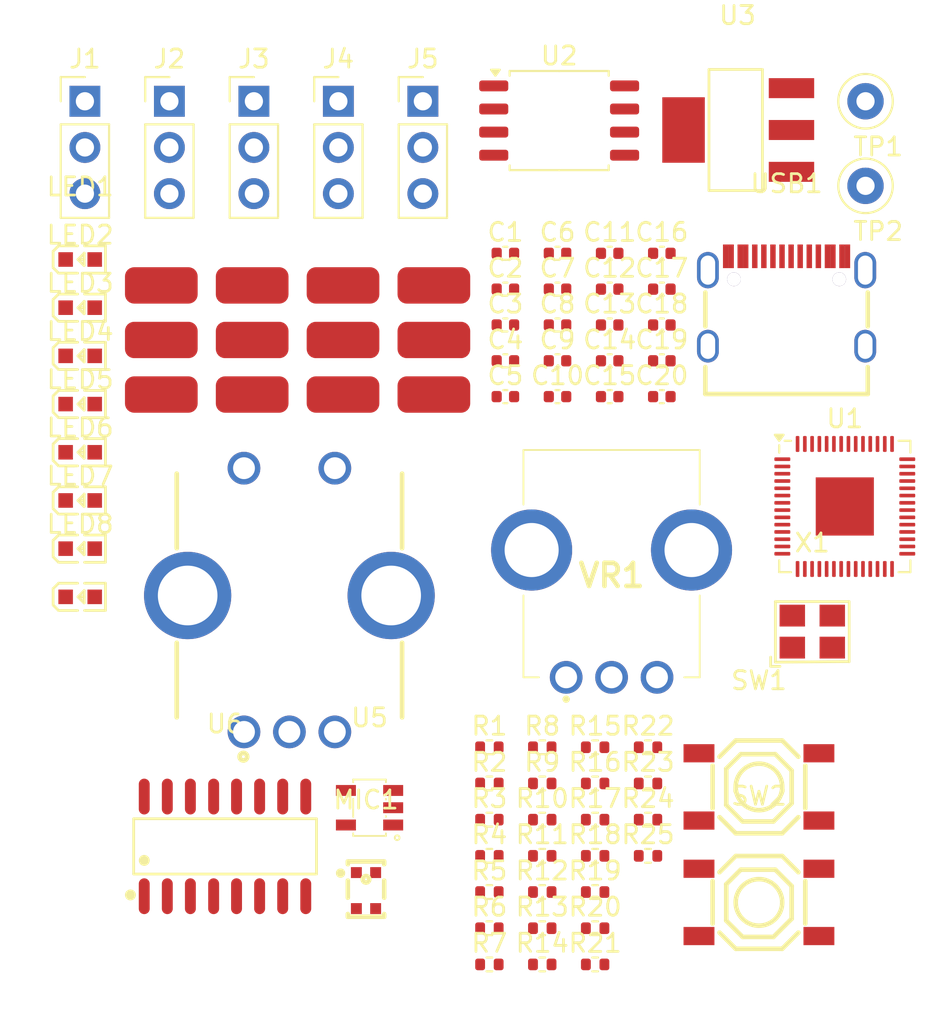
<source format=kicad_pcb>
(kicad_pcb (version 20240108) (generator "pcbnew") (generator_version "8.0")
  (layers (0 "F.Cu" signal) (31 "B.Cu" signal) (34 "B.Paste" user) (35 "F.Paste" user) (36 "B.SilkS" user "B.Silkscreen") (37 "F.SilkS" user "F.Silkscreen") (38 "B.Mask" user) (39 "F.Mask" user) (44 "Edge.Cuts" user))
  (net 0 "")
  (net 1 "BOARD_ID_0")
  (net 2 "Net-(X1-OSC2)")
  (net 6 "XIN")
  (net 7 "3V3")
  (net 8 "+5V")
  (net 9 "Net-(U5-VIN+)")
  (net 11 "MIC_RAW_OUT")
  (net 12 "Net-(C6-Pad2)")
  (net 13 "Net-(U5-VIN-)")
  (net 14 "MIC_ADC")
  (net 15 "/A")
  (net 16 "/B")
  (net 17 "Net-(U1-VREG_VOUT)")
  (net 18 "SWCLK")
  (net 19 "SWDIO")
  (net 21 "LED_OUT_1")
  (net 22 "LED_OUT_2")
  (net 23 "LED_OUT_3")
  (net 24 "LED_OUT_4")
  (net 25 "SHIFT_Q0")
  (net 26 "Net-(LED1-K)")
  (net 27 "SHIFT_Q1")
  (net 28 "Net-(LED2-K)")
  (net 29 "Net-(LED3-K)")
  (net 30 "SHIFT_Q2")
  (net 31 "Net-(LED4-K)")
  (net 33 "SHIFT_Q3")
  (net 34 "SHIFT_Q4")
  (net 35 "Net-(LED5-K)")
  (net 37 "Net-(LED6-K)")
  (net 39 "SHIFT_Q5")
  (net 40 "SHIFT_Q6")
  (net 41 "Net-(LED7-K)")
  (net 42 "Net-(LED8-K)")
  (net 43 "SHIFT_Q7")
  (net 45 "Net-(USB1-CC2)")
  (net 46 "Net-(USB1-CC1)")
  (net 47 "Net-(U1-USB_DP)")
  (net 51 "USB_DP")
  (net 52 "USB_DM")
  (net 53 "Net-(U1-USB_DM)")
  (net 54 "XOUT")
  (net 56 "Net-(SW2-C)")
  (net 57 "QSPI_SS")
  (net 58 "Net-(SW1-B)")
  (net 59 "Net-(R15-Pad1)")
  (net 60 "Net-(R17-Pad1)")
  (net 62 "ENC_A")
  (net 63 "ENC_B")
  (net 64 "BUTTON")
  (net 68 "QSPI_SD3")
  (net 69 "QSPI_SP0")
  (net 70 "QSPI_SD2")
  (net 71 "POT_ADC")
  (net 72 "SHIFT_LATCH")
  (net 73 "SHIFT_DATA")
  (net 74 "SHIFT_CLOCK")
  (net 75 "QSPI_CLK")
  (net 76 "ENC_SW")
  (net 77 "QSPI_SP1")
  (footprint "easyeda2kicad:SW-SMD_4P-L5.1-W5.1-P3.70-LS6.5-TL-2" (layer "F.Cu") (at 163.2 122.15)
    (property "Reference" "SW2" (at 0 -5.85 0) (layer "F.SilkS"))
    (property "Value" "TS-1187A-B-A-B")
    (pad "1" smd rect (at -3.3 -1.85) (size 1.7 1) (layers "F.Cu" "F.Paste" "F.Mask") (net 1 "BOARD_ID_0"))
    (pad "2" smd rect (at 3.3 -1.85) (size 1.7 1) (layers "F.Cu" "F.Paste" "F.Mask"))
    (pad "3" smd rect (at -3.3 1.85) (size 1.7 1) (layers "F.Cu" "F.Paste" "F.Mask") (net 56 "Net-(SW2-C)"))
    (pad "4" smd rect (at 3.3 1.85) (size 1.7 1) (layers "F.Cu" "F.Paste" "F.Mask"))
  )
  (footprint "easyeda2kicad:LED0603-RD" (layer "F.Cu") (at 125.845 89.45)
    (property "Reference" "LED2" (at 0 -4 0) (layer "F.SilkS"))
    (property "Value" "KT-0603R")
    (pad "1" smd rect (at -0.8 0 90) (size 0.8 0.8) (layers "F.Cu" "F.Paste" "F.Mask") (net 28 "Net-(LED2-K)"))
    (pad "2" smd rect (at 0.8 0 90) (size 0.8 0.8) (layers "F.Cu" "F.Paste" "F.Mask") (net 27 "SHIFT_Q1"))
  )
  (footprint "Resistor_SMD:R_0402_1005Metric" (layer "F.Cu") (at 151.275 125.56)
    (property "Reference" "R14" (at 0 -1.17 0) (layer "F.SilkS"))
    (property "Value" "220")
    (pad "1" smd roundrect (at -0.51 0) (size 0.54 0.64) (layers "F.Cu" "F.Paste" "F.Mask") (net 1 "BOARD_ID_0"))
    (pad "2" smd roundrect (at 0.51 0) (size 0.54 0.64) (layers "F.Cu" "F.Paste" "F.Mask") (net 29 "Net-(LED3-K)"))
  )
  (footprint "Resistor_SMD:R_0402_1005Metric" (layer "F.Cu") (at 154.185 119.59)
    (property "Reference" "R18" (at 0 -1.17 0) (layer "F.SilkS"))
    (property "Value" "0")
    (pad "1" smd roundrect (at -0.51 0) (size 0.54 0.64) (layers "F.Cu" "F.Paste" "F.Mask"))
    (pad "2" smd roundrect (at 0.51 0) (size 0.54 0.64) (layers "F.Cu" "F.Paste" "F.Mask") (net 60 "Net-(R17-Pad1)"))
  )
  (footprint "Resistor_SMD:R_0402_1005Metric" (layer "F.Cu") (at 154.185 115.61)
    (property "Reference" "R16" (at 0 -1.17 0) (layer "F.SilkS"))
    (property "Value" "0")
    (pad "1" smd roundrect (at -0.51 0) (size 0.54 0.64) (layers "F.Cu" "F.Paste" "F.Mask") (net 14 "MIC_ADC"))
    (pad "2" smd roundrect (at 0.51 0) (size 0.54 0.64) (layers "F.Cu" "F.Paste" "F.Mask") (net 59 "Net-(R15-Pad1)"))
  )
  (footprint "Resistor_SMD:R_0402_1005Metric" (layer "F.Cu") (at 148.365 125.56)
    (property "Reference" "R7" (at 0 -1.17 0) (layer "F.SilkS"))
    (property "Value" "1K")
    (pad "1" smd roundrect (at -0.51 0) (size 0.54 0.64) (layers "F.Cu" "F.Paste" "F.Mask") (net 57 "QSPI_SS"))
    (pad "2" smd roundrect (at 0.51 0) (size 0.54 0.64) (layers "F.Cu" "F.Paste" "F.Mask") (net 58 "Net-(SW1-B)"))
  )
  (footprint "easyeda2kicad:LED0603-RD" (layer "F.Cu") (at 125.845 100.05)
    (property "Reference" "LED6" (at 0 -4 0) (layer "F.SilkS"))
    (property "Value" "KT-0603R")
    (pad "1" smd rect (at -0.8 0 90) (size 0.8 0.8) (layers "F.Cu" "F.Paste" "F.Mask") (net 37 "Net-(LED6-K)"))
    (pad "2" smd rect (at 0.8 0 90) (size 0.8 0.8) (layers "F.Cu" "F.Paste" "F.Mask") (net 39 "SHIFT_Q5"))
  )
  (footprint "Resistor_SMD:R_0402_1005Metric" (layer "F.Cu") (at 151.275 119.59)
    (property "Reference" "R11" (at 0 -1.17 0) (layer "F.SilkS"))
    (property "Value" "200k")
    (pad "1" smd roundrect (at -0.51 0) (size 0.54 0.64) (layers "F.Cu" "F.Paste" "F.Mask") (net 14 "MIC_ADC"))
    (pad "2" smd roundrect (at 0.51 0) (size 0.54 0.64) (layers "F.Cu" "F.Paste" "F.Mask") (net 13 "Net-(U5-VIN-)"))
  )
  (footprint "Resistor_SMD:R_0402_1005Metric" (layer "F.Cu") (at 151.275 123.57)
    (property "Reference" "R13" (at 0 -1.17 0) (layer "F.SilkS"))
    (property "Value" "220")
    (pad "1" smd roundrect (at -0.51 0) (size 0.54 0.64) (layers "F.Cu" "F.Paste" "F.Mask") (net 1 "BOARD_ID_0"))
    (pad "2" smd roundrect (at 0.51 0) (size 0.54 0.64) (layers "F.Cu" "F.Paste" "F.Mask") (net 28 "Net-(LED2-K)"))
  )
  (footprint "easyeda2kicad:SOIC-16_L9.9-W3.9-P1.27-LS6.0-BL" (layer "F.Cu") (at 133.82 119.07)
    (property "Reference" "U6" (at 0 -6.74 0) (layer "F.SilkS"))
    (property "Value" "74HC595D,118")
    (pad "1" smd oval (at -4.45 2.74) (size 0.6 1.97) (layers "F.Cu" "F.Paste" "F.Mask") (net 27 "SHIFT_Q1"))
    (pad "2" smd oval (at -3.18 2.74) (size 0.6 1.97) (layers "F.Cu" "F.Paste" "F.Mask") (net 30 "SHIFT_Q2"))
    (pad "3" smd oval (at -1.91 2.74) (size 0.6 1.97) (layers "F.Cu" "F.Paste" "F.Mask") (net 33 "SHIFT_Q3"))
    (pad "4" smd oval (at -0.63 2.74) (size 0.6 1.97) (layers "F.Cu" "F.Paste" "F.Mask") (net 34 "SHIFT_Q4"))
    (pad "5" smd oval (at 0.63 2.74) (size 0.6 1.97) (layers "F.Cu" "F.Paste" "F.Mask") (net 39 "SHIFT_Q5"))
    (pad "6" smd oval (at 1.9 2.74) (size 0.6 1.97) (layers "F.Cu" "F.Paste" "F.Mask") (net 40 "SHIFT_Q6"))
    (pad "7" smd oval (at 3.17 2.74) (size 0.6 1.97) (layers "F.Cu" "F.Paste" "F.Mask") (net 43 "SHIFT_Q7"))
    (pad "8" smd oval (at 4.44 2.74) (size 0.6 1.97) (layers "F.Cu" "F.Paste" "F.Mask") (net 1 "BOARD_ID_0"))
    (pad "9" smd oval (at 4.44 -2.74) (size 0.6 1.97) (layers "F.Cu" "F.Paste" "F.Mask"))
    (pad "10" smd oval (at 3.17 -2.74) (size 0.6 1.97) (layers "F.Cu" "F.Paste" "F.Mask") (net 8 "+5V"))
    (pad "11" smd oval (at 1.9 -2.74) (size 0.6 1.97) (layers "F.Cu" "F.Paste" "F.Mask") (net 74 "SHIFT_CLOCK"))
    (pad "12" smd oval (at 0.63 -2.74) (size 0.6 1.97) (layers "F.Cu" "F.Paste" "F.Mask") (net 72 "SHIFT_LATCH"))
    (pad "13" smd oval (at -0.63 -2.74) (size 0.6 1.97) (layers "F.Cu" "F.Paste" "F.Mask") (net 1 "BOARD_ID_0"))
    (pad "14" smd oval (at -1.91 -2.74) (size 0.6 1.97) (layers "F.Cu" "F.Paste" "F.Mask") (net 73 "SHIFT_DATA"))
    (pad "15" smd oval (at -3.18 -2.74) (size 0.6 1.97) (layers "F.Cu" "F.Paste" "F.Mask") (net 25 "SHIFT_Q0"))
    (pad "16" smd oval (at -4.45 -2.74) (size 0.6 1.97) (layers "F.Cu" "F.Paste" "F.Mask") (net 8 "+5V"))
  )
  (footprint "Capacitor_SMD:C_0402_1005Metric" (layer "F.Cu") (at 157.855 94.34)
    (property "Reference" "C20" (at 0 -1.16 0) (layer "F.SilkS"))
    (property "Value" "1uF")
    (pad "1" smd roundrect (at -0.48 0) (size 0.56 0.62) (layers "F.Cu" "F.Paste" "F.Mask") (net 7 "3V3"))
    (pad "2" smd roundrect (at 0.48 0) (size 0.56 0.62) (layers "F.Cu" "F.Paste" "F.Mask") (net 1 "BOARD_ID_0"))
  )
  (footprint "Package_SO:SOIC-8_5.23x5.23mm_P1.27mm" (layer "F.Cu") (at 152.205 79.16)
    (property "Reference" "U2" (at 0 -3.56 0) (layer "F.SilkS"))
    (property "Value" "W25Q32JVSS")
    (pad "1" smd roundrect (at -3.6 -1.905) (size 1.6 0.6) (layers "F.Cu" "F.Paste" "F.Mask") (net 57 "QSPI_SS"))
    (pad "2" smd roundrect (at -3.6 -0.635) (size 1.6 0.6) (layers "F.Cu" "F.Paste" "F.Mask") (net 77 "QSPI_SP1"))
    (pad "3" smd roundrect (at -3.6 0.635) (size 1.6 0.6) (layers "F.Cu" "F.Paste" "F.Mask") (net 70 "QSPI_SD2"))
    (pad "4" smd roundrect (at -3.6 1.905) (size 1.6 0.6) (layers "F.Cu" "F.Paste" "F.Mask") (net 1 "BOARD_ID_0"))
    (pad "5" smd roundrect (at 3.6 1.905) (size 1.6 0.6) (layers "F.Cu" "F.Paste" "F.Mask") (net 69 "QSPI_SP0"))
    (pad "6" smd roundrect (at 3.6 0.635) (size 1.6 0.6) (layers "F.Cu" "F.Paste" "F.Mask") (net 75 "QSPI_CLK"))
    (pad "7" smd roundrect (at 3.6 -0.635) (size 1.6 0.6) (layers "F.Cu" "F.Paste" "F.Mask") (net 68 "QSPI_SD3"))
    (pad "8" smd roundrect (at 3.6 -1.905) (size 1.6 0.6) (layers "F.Cu" "F.Paste" "F.Mask") (net 7 "3V3"))
  )
  (footprint "Capacitor_SMD:C_0402_1005Metric" (layer "F.Cu") (at 154.985 88.43)
    (property "Reference" "C12" (at 0 -1.16 0) (layer "F.SilkS"))
    (property "Value" "1uF")
    (pad "1" smd roundrect (at -0.48 0) (size 0.56 0.62) (layers "F.Cu" "F.Paste" "F.Mask") (net 7 "3V3"))
    (pad "2" smd roundrect (at 0.48 0) (size 0.56 0.62) (layers "F.Cu" "F.Paste" "F.Mask") (net 1 "BOARD_ID_0"))
  )
  (footprint "easyeda2kicad:LED0603-RD" (layer "F.Cu") (at 125.845 92.1)
    (property "Reference" "LED3" (at 0 -4 0) (layer "F.SilkS"))
    (property "Value" "KT-0603R")
    (pad "1" smd rect (at -0.8 0 90) (size 0.8 0.8) (layers "F.Cu" "F.Paste" "F.Mask") (net 29 "Net-(LED3-K)"))
    (pad "2" smd rect (at 0.8 0 90) (size 0.8 0.8) (layers "F.Cu" "F.Paste" "F.Mask") (net 30 "SHIFT_Q2"))
  )
  (footprint "Capacitor_SMD:C_0402_1005Metric" (layer "F.Cu") (at 157.855 92.37)
    (property "Reference" "C19" (at 0 -1.16 0) (layer "F.SilkS"))
    (property "Value" "100nF")
    (pad "1" smd roundrect (at -0.48 0) (size 0.56 0.62) (layers "F.Cu" "F.Paste" "F.Mask") (net 7 "3V3"))
    (pad "2" smd roundrect (at 0.48 0) (size 0.56 0.62) (layers "F.Cu" "F.Paste" "F.Mask") (net 1 "BOARD_ID_0"))
  )
  (footprint "Resistor_SMD:R_0402_1005Metric" (layer "F.Cu") (at 151.275 115.61)
    (property "Reference" "R9" (at 0 -1.17 0) (layer "F.SilkS"))
    (property "Value" "10K")
    (pad "1" smd roundrect (at -0.51 0) (size 0.54 0.64) (layers "F.Cu" "F.Paste" "F.Mask") (net 1 "BOARD_ID_0"))
    (pad "2" smd roundrect (at 0.51 0) (size 0.54 0.64) (layers "F.Cu" "F.Paste" "F.Mask") (net 9 "Net-(U5-VIN+)"))
  )
  (footprint "easyeda2kicad:MIC-SMD_4P-L2.8-W1.9-P1.84-TL" (layer "F.Cu") (at 141.575 121.5)
    (property "Reference" "MIC1" (at 0 -4.99 0) (layer "F.SilkS"))
    (property "Value" "ZTS6216")
    (pad "1" smd rect (at -0.53 -0.99) (size 0.6 0.6) (layers "F.Cu" "F.Paste" "F.Mask") (net 11 "MIC_RAW_OUT"))
    (pad "2" smd rect (at -0.53 0.99) (size 0.6 0.6) (layers "F.Cu" "F.Paste" "F.Mask") (net 1 "BOARD_ID_0"))
    (pad "3" smd rect (at 0.53 0.99) (size 0.6 0.6) (layers "F.Cu" "F.Paste" "F.Mask") (net 1 "BOARD_ID_0"))
    (pad "4" smd rect (at 0.53 -0.99) (size 0.6 0.6) (layers "F.Cu" "F.Paste" "F.Mask") (net 7 "3V3"))
  )
  (footprint "Capacitor_SMD:C_0402_1005Metric" (layer "F.Cu") (at 152.115 90.4)
    (property "Reference" "C8" (at 0 -1.16 0) (layer "F.SilkS"))
    (property "Value" "10uF")
    (pad "1" smd roundrect (at -0.48 0) (size 0.56 0.62) (layers "F.Cu" "F.Paste" "F.Mask") (net 7 "3V3"))
    (pad "2" smd roundrect (at 0.48 0) (size 0.56 0.62) (layers "F.Cu" "F.Paste" "F.Mask") (net 1 "BOARD_ID_0"))
  )
  (footprint "easyeda2kicad:LED0603-RD" (layer "F.Cu") (at 125.845 86.8)
    (property "Reference" "LED1" (at 0 -4 0) (layer "F.SilkS"))
    (property "Value" "KT-0603R")
    (pad "1" smd rect (at -0.8 0 90) (size 0.8 0.8) (layers "F.Cu" "F.Paste" "F.Mask") (net 26 "Net-(LED1-K)"))
    (pad "2" smd rect (at 0.8 0 90) (size 0.8 0.8) (layers "F.Cu" "F.Paste" "F.Mask") (net 25 "SHIFT_Q0"))
  )
  (footprint "TestPoint:TestPoint_Loop_D1.80mm_Drill1.0mm_Beaded" (layer "F.Cu") (at 169.065 78.1)
    (property "Reference" "TP1" (at 0.7 2.5 0) (layer "F.SilkS"))
    (property "Value" "TestPoint")
    (pad "1" thru_hole circle (at 0 0) (size 2 2) (drill 1) (layers "*.Cu" "*.Mask") (net 14 "MIC_ADC"))
  )
  (footprint "Capacitor_SMD:C_0402_1005Metric" (layer "F.Cu") (at 157.855 90.4)
    (property "Reference" "C18" (at 0 -1.16 0) (layer "F.SilkS"))
    (property "Value" "100nF")
    (pad "1" smd roundrect (at -0.48 0) (size 0.56 0.62) (layers "F.Cu" "F.Paste" "F.Mask") (net 7 "3V3"))
    (pad "2" smd roundrect (at 0.48 0) (size 0.56 0.62) (layers "F.Cu" "F.Paste" "F.Mask") (net 1 "BOARD_ID_0"))
  )
  (footprint "Capacitor_SMD:C_0402_1005Metric" (layer "F.Cu") (at 152.115 88.43)
    (property "Reference" "C7" (at 0 -1.16 0) (layer "F.SilkS"))
    (property "Value" "33pF")
    (pad "1" smd roundrect (at -0.48 0) (size 0.56 0.62) (layers "F.Cu" "F.Paste" "F.Mask") (net 13 "Net-(U5-VIN-)"))
    (pad "2" smd roundrect (at 0.48 0) (size 0.56 0.62) (layers "F.Cu" "F.Paste" "F.Mask") (net 14 "MIC_ADC"))
  )
  (footprint "Capacitor_SMD:C_0402_1005Metric" (layer "F.Cu") (at 149.245 90.4)
    (property "Reference" "C3" (at 0 -1.16 0) (layer "F.SilkS"))
    (property "Value" "10uF")
    (pad "1" smd roundrect (at -0.48 0) (size 0.56 0.62) (layers "F.Cu" "F.Paste" "F.Mask") (net 1 "BOARD_ID_0"))
    (pad "2" smd roundrect (at 0.48 0) (size 0.56 0.62) (layers "F.Cu" "F.Paste" "F.Mask") (net 7 "3V3"))
  )
  (footprint "Capacitor_SMD:C_0402_1005Metric" (layer "F.Cu") (at 152.115 86.46)
    (property "Reference" "C6" (at 0 -1.16 0) (layer "F.SilkS"))
    (property "Value" "2.2uF")
    (pad "1" smd roundrect (at -0.48 0) (size 0.56 0.62) (layers "F.Cu" "F.Paste" "F.Mask") (net 11 "MIC_RAW_OUT"))
    (pad "2" smd roundrect (at 0.48 0) (size 0.56 0.62) (layers "F.Cu" "F.Paste" "F.Mask") (net 12 "Net-(C6-Pad2)"))
  )
  (footprint "Resistor_SMD:R_0402_1005Metric" (layer "F.Cu") (at 148.365 117.6)
    (property "Reference" "R3" (at 0 -1.17 0) (layer "F.SilkS"))
    (property "Value" "22")
    (pad "1" smd roundrect (at -0.51 0) (size 0.54 0.64) (layers "F.Cu" "F.Paste" "F.Mask") (net 51 "USB_DP"))
    (pad "2" smd roundrect (at 0.51 0) (size 0.54 0.64) (layers "F.Cu" "F.Paste" "F.Mask") (net 47 "Net-(U1-USB_DP)"))
  )
  (footprint "Capacitor_SMD:C_0402_1005Metric" (layer "F.Cu") (at 149.245 94.34)
    (property "Reference" "C5" (at 0 -1.16 0) (layer "F.SilkS"))
    (property "Value" "10uF")
    (pad "1" smd roundrect (at -0.48 0) (size 0.56 0.62) (layers "F.Cu" "F.Paste" "F.Mask") (net 1 "BOARD_ID_0"))
    (pad "2" smd roundrect (at 0.48 0) (size 0.56 0.62) (layers "F.Cu" "F.Paste" "F.Mask") (net 9 "Net-(U5-VIN+)"))
  )
  (footprint "easyeda2kicad:OSC-SMD_4P-L3.2-W2.5-BL" (layer "F.Cu") (at 166.135 107.26)
    (property "Reference" "X1" (at 0 -4.88 0) (layer "F.SilkS"))
    (property "Value" "X322512MSB4SI")
    (pad "1" smd rect (at -1.1 0.88) (size 1.4 1.2) (layers "F.Cu" "F.Paste" "F.Mask") (net 6 "XIN"))
    (pad "2" smd rect (at 1.1 0.88) (size 1.4 1.2) (layers "F.Cu" "F.Paste" "F.Mask") (net 1 "BOARD_ID_0"))
    (pad "3" smd rect (at 1.1 -0.88) (size 1.4 1.2) (layers "F.Cu" "F.Paste" "F.Mask") (net 2 "Net-(X1-OSC2)"))
    (pad "4" smd rect (at -1.1 -0.88) (size 1.4 1.2) (layers "F.Cu" "F.Paste" "F.Mask") (net 1 "BOARD_ID_0"))
  )
  (footprint "easyeda2kicad:LED0603-RD" (layer "F.Cu") (at 125.845 97.4)
    (property "Reference" "LED5" (at 0 -4 0) (layer "F.SilkS"))
    (property "Value" "KT-0603R")
    (pad "1" smd rect (at -0.8 0 90) (size 0.8 0.8) (layers "F.Cu" "F.Paste" "F.Mask") (net 35 "Net-(LED5-K)"))
    (pad "2" smd rect (at 0.8 0 90) (size 0.8 0.8) (layers "F.Cu" "F.Paste" "F.Mask") (net 34 "SHIFT_Q4"))
  )
  (footprint "easyeda2kicad:SOT-23-5_L3.0-W1.7-P0.95-LS2.8-BR" (layer "F.Cu") (at 141.77 116.945)
    (property "Reference" "U5" (at 0 -4.95 0) (layer "F.SilkS"))
    (property "Value" "MCP6001T-I/OT")
    (pad "1" smd rect (at 1.3 0.95) (size 1.1 0.6) (layers "F.Cu" "F.Paste" "F.Mask") (net 14 "MIC_ADC"))
    (pad "2" smd rect (at 1.3 0) (size 1.1 0.6) (layers "F.Cu" "F.Paste" "F.Mask") (net 1 "BOARD_ID_0"))
    (pad "3" smd rect (at 1.3 -0.95) (size 1.1 0.6) (layers "F.Cu" "F.Paste" "F.Mask") (net 9 "Net-(U5-VIN+)"))
    (pad "4" smd rect (at -1.3 -0.95) (size 1.1 0.6) (layers "F.Cu" "F.Paste" "F.Mask") (net 13 "Net-(U5-VIN-)"))
    (pad "5" smd rect (at -1.3 0.95) (size 1.1 0.6) (layers "F.Cu" "F.Paste" "F.Mask") (net 7 "3V3"))
  )
  (footprint "Resistor_SMD:R_0402_1005Metric" (layer "F.Cu") (at 151.275 121.58)
    (property "Reference" "R12" (at 0 -1.17 0) (layer "F.SilkS"))
    (property "Value" "220")
    (pad "1" smd roundrect (at -0.51 0) (size 0.54 0.64) (layers "F.Cu" "F.Paste" "F.Mask") (net 1 "BOARD_ID_0"))
    (pad "2" smd roundrect (at 0.51 0) (size 0.54 0.64) (layers "F.Cu" "F.Paste" "F.Mask") (net 26 "Net-(LED1-K)"))
  )
  (footprint "Resistor_SMD:R_0402_1005Metric" (layer "F.Cu") (at 157.095 115.61)
    (property "Reference" "R23" (at 0 -1.17 0) (layer "F.SilkS"))
    (property "Value" "220")
    (pad "1" smd roundrect (at -0.51 0) (size 0.54 0.64) (layers "F.Cu" "F.Paste" "F.Mask") (net 1 "BOARD_ID_0"))
    (pad "2" smd roundrect (at 0.51 0) (size 0.54 0.64) (layers "F.Cu" "F.Paste" "F.Mask") (net 42 "Net-(LED8-K)"))
  )
  (footprint "Connector_PinHeader_2.54mm:PinHeader_1x03_P2.54mm_Vertical" (layer "F.Cu") (at 130.755 78.1)
    (property "Reference" "J2" (at 0 -2.33 0) (layer "F.SilkS"))
    (property "Value" "Conn_01x03")
    (pad "1" thru_hole rect (at 0 0) (size 1.7 1.7) (drill 1) (layers "*.Cu" "*.Mask") (net 1 "BOARD_ID_0"))
    (pad "2" thru_hole oval (at 0 2.54) (size 1.7 1.7) (drill 1) (layers "*.Cu" "*.Mask") (net 21 "LED_OUT_1"))
    (pad "3" thru_hole oval (at 0 5.08) (size 1.7 1.7) (drill 1) (layers "*.Cu" "*.Mask") (net 8 "+5V"))
  )
  (footprint "Capacitor_SMD:C_0402_1005Metric" (layer "F.Cu") (at 154.985 94.34)
    (property "Reference" "C15" (at 0 -1.16 0) (layer "F.SilkS"))
    (property "Value" "100nF")
    (pad "1" smd roundrect (at -0.48 0) (size 0.56 0.62) (layers "F.Cu" "F.Paste" "F.Mask") (net 7 "3V3"))
    (pad "2" smd roundrect (at 0.48 0) (size 0.56 0.62) (layers "F.Cu" "F.Paste" "F.Mask") (net 1 "BOARD_ID_0"))
  )
  (footprint "Resistor_SMD:R_0402_1005Metric" (layer "F.Cu") (at 148.365 121.58)
    (property "Reference" "R5" (at 0 -1.17 0) (layer "F.SilkS"))
    (property "Value" "1K")
    (pad "1" smd roundrect (at -0.51 0) (size 0.54 0.64) (layers "F.Cu" "F.Paste" "F.Mask") (net 2 "Net-(X1-OSC2)"))
    (pad "2" smd roundrect (at 0.51 0) (size 0.54 0.64) (layers "F.Cu" "F.Paste" "F.Mask") (net 54 "XOUT"))
  )
  (footprint "Capacitor_SMD:C_0402_1005Metric" (layer "F.Cu") (at 152.115 92.37)
    (property "Reference" "C9" (at 0 -1.16 0) (layer "F.SilkS"))
    (property "Value" "0.1uF")
    (pad "1" smd roundrect (at -0.48 0) (size 0.56 0.62) (layers "F.Cu" "F.Paste" "F.Mask") (net 15 "/A"))
    (pad "2" smd roundrect (at 0.48 0) (size 0.56 0.62) (layers "F.Cu" "F.Paste" "F.Mask") (net 1 "BOARD_ID_0"))
  )
  (footprint "mouser:ledstrip_3pin_10mm" (layer "F.Cu") (at 140.31 86.225)
    (property "Reference" "LEDS3" (hide yes))
    (property "Value" "ledstrip_3pin_10mm" (hide yes))
    (pad "1" smd roundrect (at 0 2) (size 4 2) (layers "F.Cu" "F.Paste" "F.Mask") (net 1 "BOARD_ID_0"))
    (pad "2" smd roundrect (at 0 5) (size 4 2) (layers "F.Cu" "F.Paste" "F.Mask") (net 23 "LED_OUT_3"))
    (pad "3" smd roundrect (at 0 8) (size 4 2) (layers "F.Cu" "F.Paste" "F.Mask") (net 8 "+5V"))
  )
  (footprint "Resistor_SMD:R_0402_1005Metric" (layer "F.Cu") (at 148.365 113.62)
    (property "Reference" "R1" (at 0 -1.17 0) (layer "F.SilkS"))
    (property "Value" "5.1K")
    (pad "1" smd roundrect (at -0.51 0) (size 0.54 0.64) (layers "F.Cu" "F.Paste" "F.Mask") (net 1 "BOARD_ID_0"))
    (pad "2" smd roundrect (at 0.51 0) (size 0.54 0.64) (layers "F.Cu" "F.Paste" "F.Mask") (net 45 "Net-(USB1-CC2)"))
  )
  (footprint "Capacitor_SMD:C_0402_1005Metric" (layer "F.Cu") (at 149.245 86.46)
    (property "Reference" "C1" (at 0 -1.16 0) (layer "F.SilkS"))
    (property "Value" "15pF")
    (pad "1" smd roundrect (at -0.48 0) (size 0.56 0.62) (layers "F.Cu" "F.Paste" "F.Mask") (net 1 "BOARD_ID_0"))
    (pad "2" smd roundrect (at 0.48 0) (size 0.56 0.62) (layers "F.Cu" "F.Paste" "F.Mask") (net 2 "Net-(X1-OSC2)"))
  )
  (footprint "easyeda2kicad:LED0603-RD" (layer "F.Cu") (at 125.845 102.7)
    (property "Reference" "LED7" (at 0 -4 0) (layer "F.SilkS"))
    (property "Value" "KT-0603R")
    (pad "1" smd rect (at -0.8 0 90) (size 0.8 0.8) (layers "F.Cu" "F.Paste" "F.Mask") (net 41 "Net-(LED7-K)"))
    (pad "2" smd rect (at 0.8 0 90) (size 0.8 0.8) (layers "F.Cu" "F.Paste" "F.Mask") (net 40 "SHIFT_Q6"))
  )
  (footprint "Resistor_SMD:R_0402_1005Metric" (layer "F.Cu") (at 151.275 117.6)
    (property "Reference" "R10" (at 0 -1.17 0) (layer "F.SilkS"))
    (property "Value" "3.3k")
    (pad "1" smd roundrect (at -0.51 0) (size 0.54 0.64) (layers "F.Cu" "F.Paste" "F.Mask") (net 13 "Net-(U5-VIN-)"))
    (pad "2" smd roundrect (at 0.51 0) (size 0.54 0.64) (layers "F.Cu" "F.Paste" "F.Mask") (net 12 "Net-(C6-Pad2)"))
  )
  (footprint "TestPoint:TestPoint_Loop_D1.80mm_Drill1.0mm_Beaded" (layer "F.Cu") (at 169.065 82.75)
    (property "Reference" "TP2" (at 0.7 2.5 0) (layer "F.SilkS"))
    (property "Value" "TestPoint")
    (pad "1" thru_hole circle (at 0 0) (size 2 2) (drill 1) (layers "*.Cu" "*.Mask") (net 11 "MIC_RAW_OUT"))
  )
  (footprint "Resistor_SMD:R_0402_1005Metric" (layer "F.Cu") (at 154.185 113.62)
    (property "Reference" "R15" (at 0 -1.17 0) (layer "F.SilkS"))
    (property "Value" "100k")
    (pad "1" smd roundrect (at -0.51 0) (size 0.54 0.64) (layers "F.Cu" "F.Paste" "F.Mask") (net 59 "Net-(R15-Pad1)"))
    (pad "2" smd roundrect (at 0.51 0) (size 0.54 0.64) (layers "F.Cu" "F.Paste" "F.Mask") (net 13 "Net-(U5-VIN-)"))
  )
  (footprint "Package_DFN_QFN:QFN-56-1EP_7x7mm_P0.4mm_EP3.2x3.2mm" (layer "F.Cu") (at 167.925 100.38)
    (property "Reference" "U1" (at 0 -4.83 0) (layer "F.SilkS"))
    (property "Value" "RP2040")
    (pad "1" smd roundrect (at -3.4375 -2.6) (size 0.875 0.2) (layers "F.Cu" "F.Paste" "F.Mask") (net 7 "3V3"))
    (pad "2" smd roundrect (at -3.4375 -2.2) (size 0.875 0.2) (layers "F.Cu" "F.Paste" "F.Mask") (net 1 "BOARD_ID_0"))
    (pad "3" smd roundrect (at -3.4375 -1.8) (size 0.875 0.2) (layers "F.Cu" "F.Paste" "F.Mask") (net 1 "BOARD_ID_0"))
    (pad "4" smd roundrect (at -3.4375 -1.4) (size 0.875 0.2) (layers "F.Cu" "F.Paste" "F.Mask") (net 1 "BOARD_ID_0"))
    (pad "5" smd roundrect (at -3.4375 -1) (size 0.875 0.2) (layers "F.Cu" "F.Paste" "F.Mask") (net 1 "BOARD_ID_0"))
    (pad "6" smd roundrect (at -3.4375 -0.6) (size 0.875 0.2) (layers "F.Cu" "F.Paste" "F.Mask") (net 1 "BOARD_ID_0"))
    (pad "7" smd roundrect (at -3.4375 -0.2) (size 0.875 0.2) (layers "F.Cu" "F.Paste" "F.Mask"))
    (pad "8" smd roundrect (at -3.4375 0.2) (size 0.875 0.2) (layers "F.Cu" "F.Paste" "F.Mask"))
    (pad "9" smd roundrect (at -3.4375 0.6) (size 0.875 0.2) (layers "F.Cu" "F.Paste" "F.Mask"))
    (pad "10" smd roundrect (at -3.4375 1) (size 0.875 0.2) (layers "F.Cu" "F.Paste" "F.Mask") (net 7 "3V3"))
    (pad "11" smd roundrect (at -3.4375 1.4) (size 0.875 0.2) (layers "F.Cu" "F.Paste" "F.Mask"))
    (pad "12" smd roundrect (at -3.4375 1.8) (size 0.875 0.2) (layers "F.Cu" "F.Paste" "F.Mask"))
    (pad "13" smd roundrect (at -3.4375 2.2) (size 0.875 0.2) (layers "F.Cu" "F.Paste" "F.Mask") (net 73 "SHIFT_DATA"))
    (pad "14" smd roundrect (at -3.4375 2.6) (size 0.875 0.2) (layers "F.Cu" "F.Paste" "F.Mask") (net 74 "SHIFT_CLOCK"))
    (pad "15" smd roundrect (at -2.6 3.4375) (size 0.2 0.875) (layers "F.Cu" "F.Paste" "F.Mask") (net 72 "SHIFT_LATCH"))
    (pad "16" smd roundrect (at -2.2 3.4375) (size 0.2 0.875) (layers "F.Cu" "F.Paste" "F.Mask"))
    (pad "17" smd roundrect (at -1.8 3.4375) (size 0.2 0.875) (layers "F.Cu" "F.Paste" "F.Mask") (net 21 "LED_OUT_1"))
    (pad "18" smd roundrect (at -1.4 3.4375) (size 0.2 0.875) (layers "F.Cu" "F.Paste" "F.Mask") (net 22 "LED_OUT_2"))
    (pad "19" smd roundrect (at -1 3.4375) (size 0.2 0.875) (layers "F.Cu" "F.Paste" "F.Mask") (net 1 "BOARD_ID_0"))
    (pad "20" smd roundrect (at -0.6 3.4375) (size 0.2 0.875) (layers "F.Cu" "F.Paste" "F.Mask") (net 6 "XIN"))
    (pad "21" smd roundrect (at -0.2 3.4375) (size 0.2 0.875) (layers "F.Cu" "F.Paste" "F.Mask") (net 54 "XOUT"))
    (pad "22" smd roundrect (at 0.2 3.4375) (size 0.2 0.875) (layers "F.Cu" "F.Paste" "F.Mask") (net 7 "3V3"))
    (pad "23" smd roundrect (at 0.6 3.4375) (size 0.2 0.875) (layers "F.Cu" "F.Paste" "F.Mask") (net 17 "Net-(U1-VREG_VOUT)"))
    (pad "24" smd roundrect (at 1 3.4375) (size 0.2 0.875) (layers "F.Cu" "F.Paste" "F.Mask") (net 18 "SWCLK"))
    (pad "25" smd roundrect (at 1.4 3.4375) (size 0.2 0.875) (layers "F.Cu" "F.Paste" "F.Mask") (net 19 "SWDIO"))
    (pad "26" smd roundrect (at 1.8 3.4375) (size 0.2 0.875) (layers "F.Cu" "F.Paste" "F.Mask") (net 56 "Net-(SW2-C)"))
    (pad "27" smd roundrect (at 2.2 3.4375) (size 0.2 0.875) (layers "F.Cu" "F.Paste" "F.Mask") (net 23 "LED_OUT_3"))
    (pad "28" smd roundrect (at 2.6 3.4375) (size 0.2 0.875) (layers "F.Cu" "F.Paste" "F.Mask") (net 24 "LED_OUT_4"))
    (pad "29" smd roundrect (at 3.4375 2.6) (size 0.875 0.2) (layers "F.Cu" "F.Paste" "F.Mask"))
    (pad "30" smd roundrect (at 3.4375 2.2) (size 0.875 0.2) (layers "F.Cu" "F.Paste" "F.Mask"))
    (pad "31" smd roundrect (at 3.4375 1.8) (size 0.875 0.2) (layers "F.Cu" "F.Paste" "F.Mask"))
    (pad "32" smd roundrect (at 3.4375 1.4) (size 0.875 0.2) (layers "F.Cu" "F.Paste" "F.Mask"))
    (pad "33" smd roundrect (at 3.4375 1) (size 0.875 0.2) (layers "F.Cu" "F.Paste" "F.Mask") (net 7 "3V3"))
    (pad "34" smd roundrect (at 3.4375 0.6) (size 0.875 0.2) (layers "F.Cu" "F.Paste" "F.Mask") (net 64 "BUTTON"))
    (pad "35" smd roundrect (at 3.4375 0.2) (size 0.875 0.2) (layers "F.Cu" "F.Paste" "F.Mask") (net 62 "ENC_A"))
    (pad "36" smd roundrect (at 3.4375 -0.2) (size 0.875 0.2) (layers "F.Cu" "F.Paste" "F.Mask") (net 63 "ENC_B"))
    (pad "37" smd roundrect (at 3.4375 -0.6) (size 0.875 0.2) (layers "F.Cu" "F.Paste" "F.Mask") (net 76 "ENC_SW"))
    (pad "38" smd roundrect (at 3.4375 -1) (size 0.875 0.2) (layers "F.Cu" "F.Paste" "F.Mask") (net 14 "MIC_ADC"))
    (pad "39" smd roundrect (at 3.4375 -1.4) (size 0.875 0.2) (layers "F.Cu" "F.Paste" "F.Mask") (net 71 "POT_ADC"))
    (pad "40" smd roundrect (at 3.4375 -1.8) (size 0.875 0.2) (layers "F.Cu" "F.Paste" "F.Mask"))
    (pad "41" smd roundrect (at 3.4375 -2.2) (size 0.875 0.2) (layers "F.Cu" "F.Paste" "F.Mask"))
    (pad "42" smd roundrect (at 3.4375 -2.6) (size 0.875 0.2) (layers "F.Cu" "F.Paste" "F.Mask") (net 7 "3V3"))
    (pad "43" smd roundrect (at 2.6 -3.4375) (size 0.2 0.875) (layers "F.Cu" "F.Paste" "F.Mask") (net 7 "3V3"))
    (pad "44" smd roundrect (at 2.2 -3.4375) (size 0.2 0.875) (layers "F.Cu" "F.Paste" "F.Mask") (net 7 "3V3"))
    (pad "45" smd roundrect (at 1.8 -3.4375) (size 0.2 0.875) (layers "F.Cu" "F.Paste" "F.Mask") (net 17 "Net-(U1-VREG_VOUT)"))
    (pad "46" smd roundrect (at 1.4 -3.4375) (size 0.2 0.875) (layers "F.Cu" "F.Paste" "F.Mask") (net 53 "Net-(U1-USB_DM)"))
    (pad "47" smd roundrect (at 1 -3.4375) (size 0.2 0.875) (layers "F.Cu" "F.Paste" "F.Mask") (net 47 "Net-(U1-USB_DP)"))
    (pad "48" smd roundrect (at 0.6 -3.4375) (size 0.2 0.875) (layers "F.Cu" "F.Paste" "F.Mask") (net 7 "3V3"))
    (pad "49" smd roundrect (at 0.2 -3.4375) (size 0.2 0.875) (layers "F.Cu" "F.Paste" "F.Mask") (net 7 "3V3"))
    (pad "50" smd roundrect (at -0.2 -3.4375) (size 0.2 0.875) (layers "F.Cu" "F.Paste" "F.Mask") (net 17 "Net-(U1-VREG_VOUT)"))
    (pad "51" smd roundrect (at -0.6 -3.4375) (size 0.2 0.875) (layers "F.Cu" "F.Paste" "F.Mask") (net 68 "QSPI_SD3"))
    (pad "52" smd roundrect (at -1 -3.4375) (size 0.2 0.875) (layers "F.Cu" "F.Paste" "F.Mask") (net 75 "QSPI_CLK"))
    (pad "53" smd roundrect (at -1.4 -3.4375) (size 0.2 0.875) (layers "F.Cu" "F.Paste" "F.Mask") (net 69 "QSPI_SP0"))
    (pad "54" smd roundrect (at -1.8 -3.4375) (size 0.2 0.875) (layers "F.Cu" "F.Paste" "F.Mask") (net 70 "QSPI_SD2"))
    (pad "55" smd roundrect (at -2.2 -3.4375) (size 0.2 0.875) (layers "F.Cu" "F.Paste" "F.Mask") (net 77 "QSPI_SP1"))
    (pad "56" smd roundrect (at -2.6 -3.4375) (size 0.2 0.875) (layers "F.Cu" "F.Paste" "F.Mask") (net 57 "QSPI_SS"))
    (pad "57" smd rect (at 0 0) (size 3.2 3.2) (property pad_prop_heatsink) (layers "F.Cu" "F.Mask") (net 1 "BOARD_ID_0"))
  )
  (footprint "Resistor_SMD:R_0402_1005Metric" (layer "F.Cu") (at 148.365 123.57)
    (property "Reference" "R6" (at 0 -1.17 0) (layer "F.SilkS"))
    (property "Value" "10K")
    (pad "1" smd roundrect (at -0.51 0) (size 0.54 0.64) (layers "F.Cu" "F.Paste" "F.Mask"))
    (pad "2" smd roundrect (at 0.51 0) (size 0.54 0.64) (layers "F.Cu" "F.Paste" "F.Mask") (net 56 "Net-(SW2-C)"))
  )
  (footprint "Capacitor_SMD:C_0402_1005Metric" (layer "F.Cu") (at 154.985 86.46)
    (property "Reference" "C11" (at 0 -1.16 0) (layer "F.SilkS"))
    (property "Value" "1uF")
    (pad "1" smd roundrect (at -0.48 0) (size 0.56 0.62) (layers "F.Cu" "F.Paste" "F.Mask") (net 17 "Net-(U1-VREG_VOUT)"))
    (pad "2" smd roundrect (at 0.48 0) (size 0.56 0.62) (layers "F.Cu" "F.Paste" "F.Mask") (net 1 "BOARD_ID_0"))
  )
  (footprint "mouser:ledstrip_3pin_10mm" (layer "F.Cu") (at 145.31 86.225)
    (property "Reference" "LEDS4" (hide yes))
    (property "Value" "ledstrip_3pin_10mm" (hide yes))
    (pad "1" smd roundrect (at 0 2) (size 4 2) (layers "F.Cu" "F.Paste" "F.Mask") (net 1 "BOARD_ID_0"))
    (pad "2" smd roundrect (at 0 5) (size 4 2) (layers "F.Cu" "F.Paste" "F.Mask") (net 24 "LED_OUT_4"))
    (pad "3" smd roundrect (at 0 8) (size 4 2) (layers "F.Cu" "F.Paste" "F.Mask") (net 8 "+5V"))
  )
  (footprint "Capacitor_SMD:C_0402_1005Metric" (layer "F.Cu") (at 157.855 86.46)
    (property "Reference" "C16" (at 0 -1.16 0) (layer "F.SilkS"))
    (property "Value" "100nF")
    (pad "1" smd roundrect (at -0.48 0) (size 0.56 0.62) (layers "F.Cu" "F.Paste" "F.Mask") (net 7 "3V3"))
    (pad "2" smd roundrect (at 0.48 0) (size 0.56 0.62) (layers "F.Cu" "F.Paste" "F.Mask") (net 1 "BOARD_ID_0"))
  )
  (footprint "mouser:ledstrip_3pin_10mm" (layer "F.Cu") (at 135.31 86.225)
    (property "Reference" "LEDS2" (hide yes))
    (property "Value" "ledstrip_3pin_10mm" (hide yes))
    (pad "1" smd roundrect (at 0 2) (size 4 2) (layers "F.Cu" "F.Paste" "F.Mask") (net 1 "BOARD_ID_0"))
    (pad "2" smd roundrect (at 0 5) (size 4 2) (layers "F.Cu" "F.Paste" "F.Mask") (net 22 "LED_OUT_2"))
    (pad "3" smd roundrect (at 0 8) (size 4 2) (layers "F.Cu" "F.Paste" "F.Mask") (net 8 "+5V"))
  )
  (footprint "easyeda2kicad:SOT-223-3_L6.5-W3.4-P2.30-LS7.0-BR" (layer "F.Cu") (at 162.02 79.68)
    (property "Reference" "U3" (at 0 -6.3 0) (layer "F.SilkS"))
    (property "Value" "AMS1117-3.3")
    (pad "1" smd rect (at 2.97 2.3) (size 2.5 1.1) (layers "F.Cu" "F.Paste" "F.Mask") (net 1 "BOARD_ID_0"))
    (pad "2" smd rect (at 2.97 0) (size 2.5 1.1) (layers "F.Cu" "F.Paste" "F.Mask") (net 7 "3V3"))
    (pad "3" smd rect (at 2.97 -2.3) (size 2.5 1.1) (layers "F.Cu" "F.Paste" "F.Mask") (net 8 "+5V"))
    (pad "4" smd rect (at -2.97 0) (size 2.34 3.6) (layers "F.Cu" "F.Paste" "F.Mask") (net 7 "3V3"))
  )
  (footprint "easyeda2kicad:LED0603-RD" (layer "F.Cu") (at 125.845 94.75)
    (property "Reference" "LED4" (at 0 -4 0) (layer "F.SilkS"))
    (property "Value" "KT-0603R")
    (pad "1" smd rect (at -0.8 0 90) (size 0.8 0.8) (layers "F.Cu" "F.Paste" "F.Mask") (net 31 "Net-(LED4-K)"))
    (pad "2" smd rect (at 0.8 0 90) (size 0.8 0.8) (layers "F.Cu" "F.Paste" "F.Mask") (net 33 "SHIFT_Q3"))
  )
  (footprint "Capacitor_SMD:C_0402_1005Metric" (layer "F.Cu") (at 149.245 92.37)
    (property "Reference" "C4" (at 0 -1.16 0) (layer "F.SilkS"))
    (property "Value" "10uF")
    (pad "1" smd roundrect (at -0.48 0) (size 0.56 0.62) (layers "F.Cu" "F.Paste" "F.Mask") (net 8 "+5V"))
    (pad "2" smd roundrect (at 0.48 0) (size 0.56 0.62) (layers "F.Cu" "F.Paste" "F.Mask") (net 1 "BOARD_ID_0"))
  )
  (footprint "mouser:PEC12R-4XXXF-SXXXX_court" (layer "F.Cu") (at 137.36 105.275)
    (property "Reference" "U7" (hide yes))
    (property "Value" "PEC12R-4215F-S0024" (hide yes))
    (pad "1" thru_hole circle (at -2.5 7.5) (size 1.8 1.8) (drill 1.2) (layers "*.Cu" "*.Mask") (net 15 "/A"))
    (pad "2" thru_hole circle (at 2.5 7.5) (size 1.8 1.8) (drill 1.2) (layers "*.Cu" "*.Mask") (net 16 "/B"))
    (pad "3" thru_hole circle (at 0 7.5) (size 1.8 1.8) (drill 1.2) (layers "*.Cu" "*.Mask") (net 1 "BOARD_ID_0"))
    (pad "4" thru_hole circle (at -2.5 -7) (size 1.8 1.8) (drill 1.2) (layers "*.Cu" "*.Mask") (net 76 "ENC_SW"))
    (pad "5" thru_hole circle (at 2.5 -7) (size 1.8 1.8) (drill 1.2) (layers "*.Cu" "*.Mask") (net 1 "BOARD_ID_0"))
    (pad "6" thru_hole circle (at 5.6 0) (size 4.8 4.8) (drill 3.28) (layers "*.Cu" "*.Mask") (net 1 "BOARD_ID_0"))
    (pad "7" thru_hole circle (at -5.6 0) (size 4.8 4.8) (drill 3.28) (layers "*.Cu" "*.Mask") (net 1 "BOARD_ID_0"))
  )
  (footprint "Resistor_SMD:R_0402_1005Metric" (layer "F.Cu") (at 148.365 119.59)
    (property "Reference" "R4" (at 0 -1.17 0) (layer "F.SilkS"))
    (property "Value" "22")
    (pad "1" smd roundrect (at -0.51 0) (size 0.54 0.64) (layers "F.Cu" "F.Paste" "F.Mask") (net 52 "USB_DM"))
    (pad "2" smd roundrect (at 0.51 0) (size 0.54 0.64) (layers "F.Cu" "F.Paste" "F.Mask") (net 53 "Net-(U1-USB_DM)"))
  )
  (footprint "Capacitor_SMD:C_0402_1005Metric" (layer "F.Cu") (at 154.985 90.4)
    (property "Reference" "C13" (at 0 -1.16 0) (layer "F.SilkS"))
    (property "Value" "100nF")
    (pad "1" smd roundrect (at -0.48 0) (size 0.56 0.62) (layers "F.Cu" "F.Paste" "F.Mask") (net 7 "3V3"))
    (pad "2" smd roundrect (at 0.48 0) (size 0.56 0.62) (layers "F.Cu" "F.Paste" "F.Mask") (net 1 "BOARD_ID_0"))
  )
  (footprint "Resistor_SMD:R_0402_1005Metric" (layer "F.Cu") (at 151.275 113.62)
    (property "Reference" "R8" (at 0 -1.17 0) (layer "F.SilkS"))
    (property "Value" "10K")
    (pad "1" smd roundrect (at -0.51 0) (size 0.54 0.64) (layers "F.Cu" "F.Paste" "F.Mask") (net 9 "Net-(U5-VIN+)"))
    (pad "2" smd roundrect (at 0.51 0) (size 0.54 0.64) (layers "F.Cu" "F.Paste" "F.Mask") (net 7 "3V3"))
  )
  (footprint "Resistor_SMD:R_0402_1005Metric" (layer "F.Cu") (at 157.095 113.62)
    (property "Reference" "R22" (at 0 -1.17 0) (layer "F.SilkS"))
    (property "Value" "220")
    (pad "1" smd roundrect (at -0.51 0) (size 0.54 0.64) (layers "F.Cu" "F.Paste" "F.Mask") (net 1 "BOARD_ID_0"))
    (pad "2" smd roundrect (at 0.51 0) (size 0.54 0.64) (layers "F.Cu" "F.Paste" "F.Mask") (net 41 "Net-(LED7-K)"))
  )
  (footprint "Connector_PinHeader_2.54mm:PinHeader_1x03_P2.54mm_Vertical" (layer "F.Cu") (at 135.405 78.1)
    (property "Reference" "J3" (at 0 -2.33 0) (layer "F.SilkS"))
    (property "Value" "Conn_01x03")
    (pad "1" thru_hole rect (at 0 0) (size 1.7 1.7) (drill 1) (layers "*.Cu" "*.Mask") (net 1 "BOARD_ID_0"))
    (pad "2" thru_hole oval (at 0 2.54) (size 1.7 1.7) (drill 1) (layers "*.Cu" "*.Mask") (net 22 "LED_OUT_2"))
    (pad "3" thru_hole oval (at 0 5.08) (size 1.7 1.7) (drill 1) (layers "*.Cu" "*.Mask") (net 8 "+5V"))
  )
  (footprint "Resistor_SMD:R_0402_1005Metric" (layer "F.Cu") (at 157.095 117.6)
    (property "Reference" "R24" (at 0 -1.17 0) (layer "F.SilkS"))
    (property "Value" "10k")
    (pad "1" smd roundrect (at -0.51 0) (size 0.54 0.64) (layers "F.Cu" "F.Paste" "F.Mask") (net 62 "ENC_A"))
    (pad "2" smd roundrect (at 0.51 0) (size 0.54 0.64) (layers "F.Cu" "F.Paste" "F.Mask") (net 15 "/A"))
  )
  (footprint "easyeda2kicad:LED0603-RD" (layer "F.Cu") (at 125.845 105.35)
    (property "Reference" "LED8" (at 0 -4 0) (layer "F.SilkS"))
    (property "Value" "KT-0603R")
    (pad "1" smd rect (at -0.8 0 90) (size 0.8 0.8) (layers "F.Cu" "F.Paste" "F.Mask") (net 42 "Net-(LED8-K)"))
    (pad "2" smd rect (at 0.8 0 90) (size 0.8 0.8) (layers "F.Cu" "F.Paste" "F.Mask") (net 43 "SHIFT_Q7"))
  )
  (footprint "Resistor_SMD:R_0402_1005Metric" (layer "F.Cu") (at 154.185 125.56)
    (property "Reference" "R21" (at 0 -1.17 0) (layer "F.SilkS"))
    (property "Value" "220")
    (pad "1" smd roundrect (at -0.51 0) (size 0.54 0.64) (layers "F.Cu" "F.Paste" "F.Mask") (net 1 "BOARD_ID_0"))
    (pad "2" smd roundrect (at 0.51 0) (size 0.54 0.64) (layers "F.Cu" "F.Paste" "F.Mask") (net 37 "Net-(LED6-K)"))
  )
  (footprint "Resistor_SMD:R_0402_1005Metric" (layer "F.Cu") (at 154.185 117.6)
    (property "Reference" "R17" (at 0 -1.17 0) (layer "F.SilkS"))
    (property "Value" "10k")
    (pad "1" smd roundrect (at -0.51 0) (size 0.54 0.64) (layers "F.Cu" "F.Paste" "F.Mask") (net 60 "Net-(R17-Pad1)"))
    (pad "2" smd roundrect (at 0.51 0) (size 0.54 0.64) (layers "F.Cu" "F.Paste" "F.Mask") (net 12 "Net-(C6-Pad2)"))
  )
  (footprint "Resistor_SMD:R_0402_1005Metric" (layer "F.Cu") (at 148.365 115.61)
    (property "Reference" "R2" (at 0 -1.17 0) (layer "F.SilkS"))
    (property "Value" "5.1K")
    (pad "1" smd roundrect (at -0.51 0) (size 0.54 0.64) (layers "F.Cu" "F.Paste" "F.Mask") (net 46 "Net-(USB1-CC1)"))
    (pad "2" smd roundrect (at 0.51 0) (size 0.54 0.64) (layers "F.Cu" "F.Paste" "F.Mask") (net 1 "BOARD_ID_0"))
  )
  (footprint "Capacitor_SMD:C_0402_1005Metric" (layer "F.Cu") (at 154.985 92.37)
    (property "Reference" "C14" (at 0 -1.16 0) (layer "F.SilkS"))
    (property "Value" "100nF")
    (pad "1" smd roundrect (at -0.48 0) (size 0.56 0.62) (layers "F.Cu" "F.Paste" "F.Mask") (net 7 "3V3"))
    (pad "2" smd roundrect (at 0.48 0) (size 0.56 0.62) (layers "F.Cu" "F.Paste" "F.Mask") (net 1 "BOARD_ID_0"))
  )
  (footprint "Connector_PinHeader_2.54mm:PinHeader_1x03_P2.54mm_Vertical" (layer "F.Cu") (at 144.705 78.1)
    (property "Reference" "J5" (at 0 -2.33 0) (layer "F.SilkS"))
    (property "Value" "Conn_01x03")
    (pad "1" thru_hole rect (at 0 0) (size 1.7 1.7) (drill 1) (layers "*.Cu" "*.Mask") (net 1 "BOARD_ID_0"))
    (pad "2" thru_hole oval (at 0 2.54) (size 1.7 1.7) (drill 1) (layers "*.Cu" "*.Mask") (net 24 "LED_OUT_4"))
    (pad "3" thru_hole oval (at 0 5.08) (size 1.7 1.7) (drill 1) (layers "*.Cu" "*.Mask") (net 8 "+5V"))
  )
  (footprint "mouser:ledstrip_3pin_10mm" (layer "F.Cu") (at 130.31 86.225)
    (property "Reference" "LEDS1" (hide yes))
    (property "Value" "ledstrip_3pin_10mm" (hide yes))
    (pad "1" smd roundrect (at 0 2) (size 4 2) (layers "F.Cu" "F.Paste" "F.Mask") (net 1 "BOARD_ID_0"))
    (pad "2" smd roundrect (at 0 5) (size 4 2) (layers "F.Cu" "F.Paste" "F.Mask") (net 21 "LED_OUT_1"))
    (pad "3" smd roundrect (at 0 8) (size 4 2) (layers "F.Cu" "F.Paste" "F.Mask") (net 8 "+5V"))
  )
  (footprint "Capacitor_SMD:C_0402_1005Metric" (layer "F.Cu") (at 149.245 88.43)
    (property "Reference" "C2" (at 0 -1.16 0) (layer "F.SilkS"))
    (property "Value" "15pF")
    (pad "1" smd roundrect (at -0.48 0) (size 0.56 0.62) (layers "F.Cu" "F.Paste" "F.Mask") (net 1 "BOARD_ID_0"))
    (pad "2" smd roundrect (at 0.48 0) (size 0.56 0.62) (layers "F.Cu" "F.Paste" "F.Mask") (net 6 "XIN"))
  )
  (footprint "easyeda2kicad:USB-C_SMD-TYPE-C-31-M-12" (layer "F.Cu") (at 164.72 89.095)
    (property "Reference" "USB1" (at 0 -6.47 0) (layer "F.SilkS"))
    (property "Value" "USB-TYPE-C-018")
    (pad "" thru_hole circle (at -2.9 -1.21) (size 0.75 0.75) (drill 0.75) (layers "*.Cu" "*.Mask"))
    (pad "" thru_hole circle (at 2.9 -1.21) (size 0.75 0.75) (drill 0.75) (layers "*.Cu" "*.Mask"))
    (pad "0" thru_hole oval (at -4.33 -1.71) (size 1.2 2) (drill oval 0.799998 1.600022) (layers "*.Cu" "*.Mask") (net 1 "BOARD_ID_0"))
    (pad "1" thru_hole oval (at 4.33 -1.71) (size 1.2 2) (drill oval 0.799998 1.599971) (layers "*.Cu" "*.Mask"))
    (pad "2" thru_hole oval (at 4.33 2.47) (size 1.2 1.8) (drill oval 0.799998 1.399997) (layers "*.Cu" "*.Mask") (net 1 "BOARD_ID_0"))
    (pad "3" thru_hole oval (at -4.33 2.47) (size 1.2 1.8) (drill oval 0.799998 1.399997) (layers "*.Cu" "*.Mask") (net 1 "BOARD_ID_0"))
    (pad "A1" smd rect (at -3.35 -2.47) (size 0.3 1.3) (layers "F.Cu" "F.Paste" "F.Mask") (net 1 "BOARD_ID_0"))
    (pad "A4" smd rect (at -2.55 -2.47) (size 0.3 1.3) (layers "F.Cu" "F.Paste" "F.Mask") (net 8 "+5V"))
    (pad "A5" smd rect (at -1.25 -2.47) (size 0.3 1.3) (layers "F.Cu" "F.Paste" "F.Mask") (net 46 "Net-(USB1-CC1)"))
    (pad "A6" smd rect (at -0.25 -2.47) (size 0.3 1.3) (layers "F.Cu" "F.Paste" "F.Mask") (net 51 "USB_DP"))
    (pad "A7" smd rect (at 0.25 -2.47) (size 0.3 1.3) (layers "F.Cu" "F.Paste" "F.Mask") (net 52 "USB_DM"))
    (pad "A8" smd rect (at 1.25 -2.47) (size 0.3 1.3) (layers "F.Cu" "F.Paste" "F.Mask"))
    (pad "A9" smd rect (at 2.55 -2.47) (size 0.3 1.3) (layers "F.Cu" "F.Paste" "F.Mask") (net 8 "+5V"))
    (pad "A12" smd rect (at 3.35 -2.47) (size 0.3 1.3) (layers "F.Cu" "F.Paste" "F.Mask") (net 1 "BOARD_ID_0"))
    (pad "B1" smd rect (at 3.05 -2.47) (size 0.3 1.3) (layers "F.Cu" "F.Paste" "F.Mask") (net 1 "BOARD_ID_0"))
    (pad "B4" smd rect (at 2.25 -2.47) (size 0.3 1.3) (layers "F.Cu" "F.Paste" "F.Mask") (net 8 "+5V"))
    (pad "B5" smd rect (at 1.75 -2.47) (size 0.3 1.3) (layers "F.Cu" "F.Paste" "F.Mask") (net 45 "Net-(USB1-CC2)"))
    (pad "B6" smd rect (at 0.75 -2.47) (size 0.3 1.3) (layers "F.Cu" "F.Paste" "F.Mask") (net 51 "USB_DP"))
    (pad "B7" smd rect (at -0.75 -2.47) (size 0.3 1.3) (layers "F.Cu" "F.Paste" "F.Mask") (net 52 "USB_DM"))
    (pad "B8" smd rect (at -1.75 -2.47) (size 0.3 1.3) (layers "F.Cu" "F.Paste" "F.Mask"))
    (pad "B9" smd rect (at -2.25 -2.47) (size 0.3 1.3) (layers "F.Cu" "F.Paste" "F.Mask") (net 8 "+5V"))
    (pad "B12" smd rect (at -3.05 -2.47) (size 0.3 1.3) (layers "F.Cu" "F.Paste" "F.Mask") (net 1 "BOARD_ID_0"))
  )
  (footprint "Resistor_SMD:R_0402_1005Metric" (layer "F.Cu") (at 154.185 121.58)
    (property "Reference" "R19" (at 0 -1.17 0) (layer "F.SilkS"))
    (property "Value" "220")
    (pad "1" smd roundrect (at -0.51 0) (size 0.54 0.64) (layers "F.Cu" "F.Paste" "F.Mask") (net 1 "BOARD_ID_0"))
    (pad "2" smd roundrect (at 0.51 0) (size 0.54 0.64) (layers "F.Cu" "F.Paste" "F.Mask") (net 31 "Net-(LED4-K)"))
  )
  (footprint "Resistor_SMD:R_0402_1005Metric" (layer "F.Cu") (at 157.095 119.59)
    (property "Reference" "R25" (at 0 -1.17 0) (layer "F.SilkS"))
    (property "Value" "10k")
    (pad "1" smd roundrect (at -0.51 0) (size 0.54 0.64) (layers "F.Cu" "F.Paste" "F.Mask") (net 63 "ENC_B"))
    (pad "2" smd roundrect (at 0.51 0) (size 0.54 0.64) (layers "F.Cu" "F.Paste" "F.Mask") (net 16 "/B"))
  )
  (footprint "Connector_PinHeader_2.54mm:PinHeader_1x03_P2.54mm_Vertical" (layer "F.Cu") (at 126.105 78.1)
    (property "Reference" "J1" (at 0 -2.33 0) (layer "F.SilkS"))
    (property "Value" "Conn_01x03")
    (pad "1" thru_hole rect (at 0 0) (size 1.7 1.7) (drill 1) (layers "*.Cu" "*.Mask") (net 1 "BOARD_ID_0"))
    (pad "2" thru_hole oval (at 0 2.54) (size 1.7 1.7) (drill 1) (layers "*.Cu" "*.Mask") (net 19 "SWDIO"))
    (pad "3" thru_hole oval (at 0 5.08) (size 1.7 1.7) (drill 1) (layers "*.Cu" "*.Mask") (net 18 "SWCLK"))
  )
  (footprint "Connector_PinHeader_2.54mm:PinHeader_1x03_P2.54mm_Vertical" (layer "F.Cu") (at 140.055 78.1)
    (property "Reference" "J4" (at 0 -2.33 0) (layer "F.SilkS"))
    (property "Value" "Conn_01x03")
    (pad "1" thru_hole rect (at 0 0) (size 1.7 1.7) (drill 1) (layers "*.Cu" "*.Mask") (net 1 "BOARD_ID_0"))
    (pad "2" thru_hole oval (at 0 2.54) (size 1.7 1.7) (drill 1) (layers "*.Cu" "*.Mask") (net 23 "LED_OUT_3"))
    (pad "3" thru_hole oval (at 0 5.08) (size 1.7 1.7) (drill 1) (layers "*.Cu" "*.Mask") (net 8 "+5V"))
  )
  (footprint "mouser:PTV09A4020FB103" (layer "F.Cu") (at 155.09 104.175)
    (property "Reference" "VR1" (at 0 0 0) (layer "F.SilkS") (effects (font (size 1.27 1.27) (thickness 0.254))))
    (property "Value" "PTV09A-4020F-B104" (hide yes))
    (pad "1" thru_hole circle (at -2.5 5.6) (size 1.8 1.8) (drill 1.2) (layers "*.Cu" "*.Mask") (net 1 "BOARD_ID_0"))
    (pad "2" thru_hole circle (at 0 5.6) (size 1.8 1.8) (drill 1.2) (layers "*.Cu" "*.Mask") (net 71 "POT_ADC"))
    (pad "3" thru_hole circle (at 2.5 5.6) (size 1.8 1.8) (drill 1.2) (layers "*.Cu" "*.Mask") (net 7 "3V3"))
    (pad "4" thru_hole circle (at -4.4 -1.4) (size 4.46 4.46) (drill 2.9732) (layers "*.Cu" "*.Mask") (net 1 "BOARD_ID_0"))
    (pad "5" thru_hole circle (at 4.4 -1.4) (size 4.46 4.46) (drill 2.9732) (layers "*.Cu" "*.Mask") (net 1 "BOARD_ID_0"))
  )
  (footprint "easyeda2kicad:SW-SMD_4P-L5.1-W5.1-P3.70-LS6.5-TL-2" (layer "F.Cu") (at 163.2 115.8)
    (property "Reference" "SW1" (at 0 -5.85 0) (layer "F.SilkS"))
    (property "Value" "TS-1187A-B-A-B")
    (pad "1" smd rect (at -3.3 -1.85) (size 1.7 1) (layers "F.Cu" "F.Paste" "F.Mask") (net 64 "BUTTON"))
    (pad "2" smd rect (at 3.3 -1.85) (size 1.7 1) (layers "F.Cu" "F.Paste" "F.Mask") (net 58 "Net-(SW1-B)"))
    (pad "3" smd rect (at -3.3 1.85) (size 1.7 1) (layers "F.Cu" "F.Paste" "F.Mask") (net 1 "BOARD_ID_0"))
    (pad "4" smd rect (at 3.3 1.85) (size 1.7 1) (layers "F.Cu" "F.Paste" "F.Mask"))
  )
  (footprint "Capacitor_SMD:C_0402_1005Metric" (layer "F.Cu") (at 157.855 88.43)
    (property "Reference" "C17" (at 0 -1.16 0) (layer "F.SilkS"))
    (property "Value" "100nF")
    (pad "1" smd roundrect (at -0.48 0) (size 0.56 0.62) (layers "F.Cu" "F.Paste" "F.Mask") (net 7 "3V3"))
    (pad "2" smd roundrect (at 0.48 0) (size 0.56 0.62) (layers "F.Cu" "F.Paste" "F.Mask") (net 1 "BOARD_ID_0"))
  )
  (footprint "Resistor_SMD:R_0402_1005Metric" (layer "F.Cu") (at 154.185 123.57)
    (property "Reference" "R20" (at 0 -1.17 0) (layer "F.SilkS"))
    (property "Value" "220")
    (pad "1" smd roundrect (at -0.51 0) (size 0.54 0.64) (layers "F.Cu" "F.Paste" "F.Mask") (net 1 "BOARD_ID_0"))
    (pad "2" smd roundrect (at 0.51 0) (size 0.54 0.64) (layers "F.Cu" "F.Paste" "F.Mask") (net 35 "Net-(LED5-K)"))
  )
  (footprint "Capacitor_SMD:C_0402_1005Metric" (layer "F.Cu") (at 152.115 94.34)
    (property "Reference" "C10" (at 0 -1.16 0) (layer "F.SilkS"))
    (property "Value" "0.1uF")
    (pad "1" smd roundrect (at -0.48 0) (size 0.56 0.62) (layers "F.Cu" "F.Paste" "F.Mask") (net 1 "BOARD_ID_0"))
    (pad "2" smd roundrect (at 0.48 0) (size 0.56 0.62) (layers "F.Cu" "F.Paste" "F.Mask") (net 16 "/B"))
  )
)
</source>
